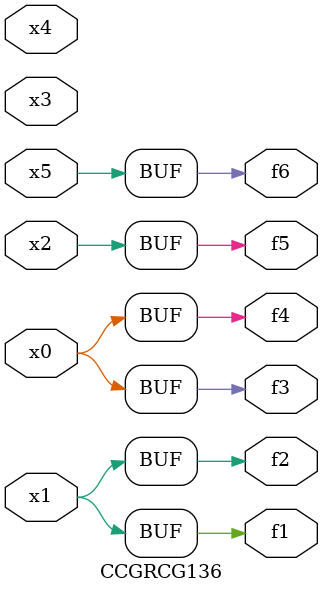
<source format=v>
module CCGRCG136(
	input x0, x1, x2, x3, x4, x5,
	output f1, f2, f3, f4, f5, f6
);
	assign f1 = x1;
	assign f2 = x1;
	assign f3 = x0;
	assign f4 = x0;
	assign f5 = x2;
	assign f6 = x5;
endmodule

</source>
